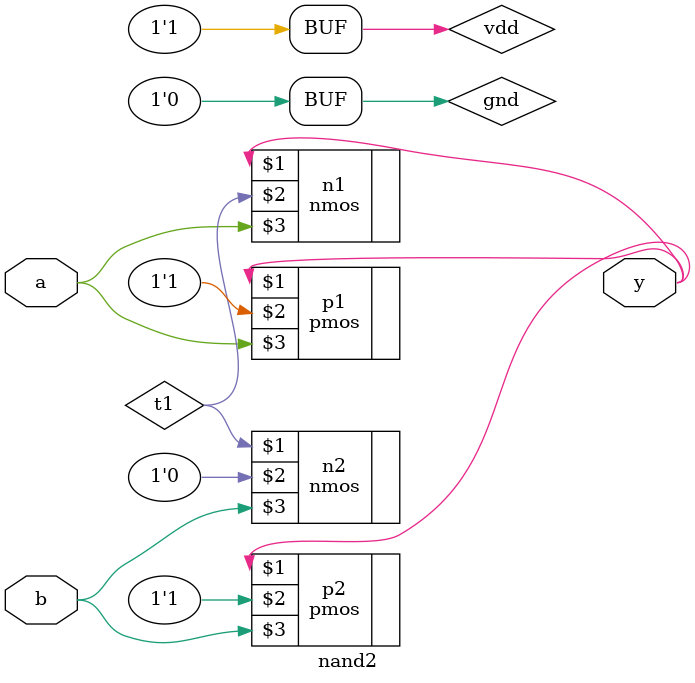
<source format=v>

module nand2 (

	input	a, b,
	output	y

);

	supply1 vdd;
	supply0 gnd;
	
	wire t1;
	
	pmos p1 (y, vdd, a);
	pmos p2 (y, vdd, b);
	
	nmos n1 (y, t1, a);
	nmos n2 (t1, gnd, b);

endmodule
</source>
